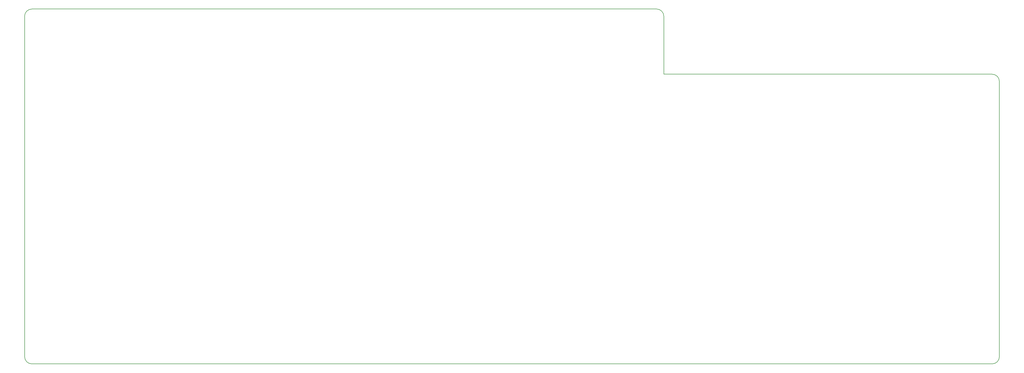
<source format=gbr>
G04 #@! TF.GenerationSoftware,KiCad,Pcbnew,(5.1.5)-3*
G04 #@! TF.CreationDate,2020-11-27T12:25:16-06:00*
G04 #@! TF.ProjectId,vic2020keyboard,76696332-3032-4306-9b65-79626f617264,rev?*
G04 #@! TF.SameCoordinates,Original*
G04 #@! TF.FileFunction,Profile,NP*
%FSLAX46Y46*%
G04 Gerber Fmt 4.6, Leading zero omitted, Abs format (unit mm)*
G04 Created by KiCad (PCBNEW (5.1.5)-3) date 2020-11-27 12:25:16*
%MOMM*%
%LPD*%
G04 APERTURE LIST*
%ADD10C,0.150000*%
G04 APERTURE END LIST*
D10*
X35306000Y-208026000D02*
X35306000Y-208280000D01*
X45720000Y-210820000D02*
X37846000Y-210820000D01*
X45720000Y-86360000D02*
X37846000Y-86360000D01*
X225425000Y-86360000D02*
X247015000Y-86360000D01*
X225425000Y-86360000D02*
X45720000Y-86360000D01*
X247015000Y-86360000D02*
X256540000Y-86360000D01*
X376555000Y-111760000D02*
X376555000Y-208280000D01*
X376555000Y-111760000D02*
G75*
G03X374015000Y-109220000I-2540000J0D01*
G01*
X259080000Y-109220000D02*
X374015000Y-109220000D01*
X259080000Y-88900000D02*
X259080000Y-109220000D01*
X259080000Y-88900000D02*
G75*
G03X256540000Y-86360000I-2540000J0D01*
G01*
X35306000Y-208026000D02*
X35306000Y-88900000D01*
X374015000Y-210820000D02*
X45720000Y-210820000D01*
X374015000Y-210820000D02*
G75*
G03X376555000Y-208280000I0J2540000D01*
G01*
X37846000Y-86360000D02*
G75*
G03X35306000Y-88900000I0J-2540000D01*
G01*
X35306000Y-208280000D02*
G75*
G03X37846000Y-210820000I2540000J0D01*
G01*
M02*

</source>
